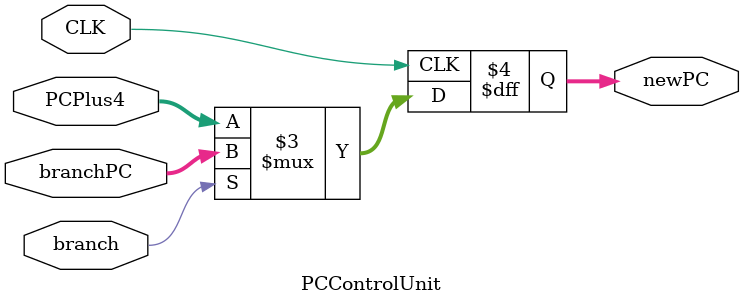
<source format=v>
`timescale 1 ns / 1 ps 
module PCControlUnit (
    input CLK,
    input [31:0] PCPlus4,
    input [31:0] branchPC,
    input branch,
    
    output [31:0] newPC
);

reg [31:0] newPC;

always @ (posedge CLK) begin
    newPC <= branch == 0 ? PCPlus4 : branchPC;
end

endmodule

</source>
